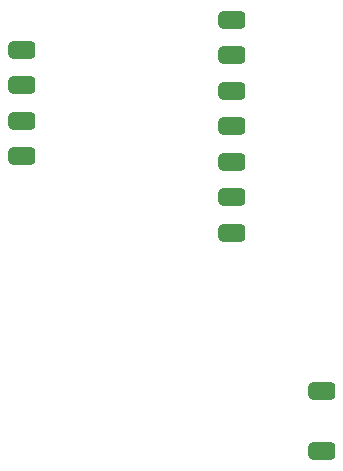
<source format=gbr>
%TF.GenerationSoftware,KiCad,Pcbnew,7.0.6-0*%
%TF.CreationDate,2023-07-24T12:55:40-04:00*%
%TF.ProjectId,Test_1_V1,54657374-5f31-45f5-9631-2e6b69636164,rev?*%
%TF.SameCoordinates,Original*%
%TF.FileFunction,Paste,Top*%
%TF.FilePolarity,Positive*%
%FSLAX46Y46*%
G04 Gerber Fmt 4.6, Leading zero omitted, Abs format (unit mm)*
G04 Created by KiCad (PCBNEW 7.0.6-0) date 2023-07-24 12:55:40*
%MOMM*%
%LPD*%
G01*
G04 APERTURE LIST*
G04 Aperture macros list*
%AMRoundRect*
0 Rectangle with rounded corners*
0 $1 Rounding radius*
0 $2 $3 $4 $5 $6 $7 $8 $9 X,Y pos of 4 corners*
0 Add a 4 corners polygon primitive as box body*
4,1,4,$2,$3,$4,$5,$6,$7,$8,$9,$2,$3,0*
0 Add four circle primitives for the rounded corners*
1,1,$1+$1,$2,$3*
1,1,$1+$1,$4,$5*
1,1,$1+$1,$6,$7*
1,1,$1+$1,$8,$9*
0 Add four rect primitives between the rounded corners*
20,1,$1+$1,$2,$3,$4,$5,0*
20,1,$1+$1,$4,$5,$6,$7,0*
20,1,$1+$1,$6,$7,$8,$9,0*
20,1,$1+$1,$8,$9,$2,$3,0*%
G04 Aperture macros list end*
%ADD10RoundRect,0.381000X-0.762000X-0.381000X0.762000X-0.381000X0.762000X0.381000X-0.762000X0.381000X0*%
G04 APERTURE END LIST*
D10*
%TO.C,U3*%
X144780000Y-90520000D03*
X144780000Y-93520000D03*
X144780000Y-96520000D03*
X144780000Y-99520000D03*
X144780000Y-102520000D03*
X144780000Y-105520000D03*
X144780000Y-108520000D03*
%TD*%
%TO.C,U2*%
X127000000Y-102060000D03*
X127000000Y-99060000D03*
X127000000Y-96060000D03*
X127000000Y-93060000D03*
%TD*%
%TO.C,U4*%
X152400000Y-121920000D03*
X152400000Y-127000000D03*
%TD*%
M02*

</source>
